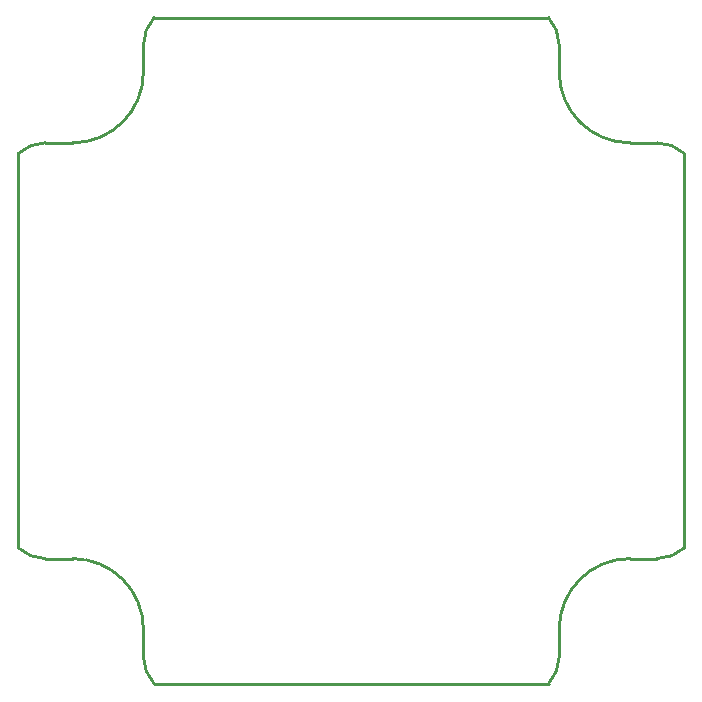
<source format=gko>
G04*
G04 #@! TF.GenerationSoftware,Altium Limited,Altium Designer,22.0.2 (36)*
G04*
G04 Layer_Color=16711935*
%FSLAX25Y25*%
%MOIN*%
G70*
G04*
G04 #@! TF.SameCoordinates,A7353FC2-99F2-474C-B2A2-24993EA34B63*
G04*
G04*
G04 #@! TF.FilePolarity,Positive*
G04*
G01*
G75*
%ADD10C,0.01000*%
D10*
X69300Y101997D02*
G03*
X65748Y111024I-13700J-179D01*
G01*
X-69300Y-101997D02*
G03*
X-65748Y-111024I13700J179D01*
G01*
Y111024D02*
G03*
X-69300Y101997I10148J-9205D01*
G01*
X69300Y92863D02*
G03*
X92863Y69300I23563J0D01*
G01*
X65748Y-111024D02*
G03*
X69300Y-101997I-10148J9205D01*
G01*
X-92863Y69300D02*
G03*
X-69300Y92863I0J23563D01*
G01*
X92863Y-69300D02*
G03*
X69300Y-92863I0J-23563D01*
G01*
X-101997Y69300D02*
G03*
X-111024Y65748I179J-13700D01*
G01*
X101997Y-69300D02*
G03*
X111024Y-65748I-179J13700D01*
G01*
Y65748D02*
G03*
X101997Y69300I-9205J-10148D01*
G01*
X-111024Y-65748D02*
G03*
X-101997Y-69300I9205J10148D01*
G01*
X-69300Y-92863D02*
G03*
X-92863Y-69300I-23563J0D01*
G01*
X69300Y92863D02*
Y101997D01*
X111024Y-65748D02*
Y65748D01*
X-69300Y-101997D02*
Y-92863D01*
X-65748Y111024D02*
X65748D01*
X-65748Y-111024D02*
X65748D01*
X-69300Y92863D02*
Y101997D01*
X92863Y69300D02*
X101997D01*
X69300Y-101997D02*
Y-92863D01*
X-101997Y69300D02*
X-92863D01*
X-111024Y-65748D02*
Y65748D01*
X-101997Y-69300D02*
X-92863D01*
X92863D02*
X101997D01*
M02*

</source>
